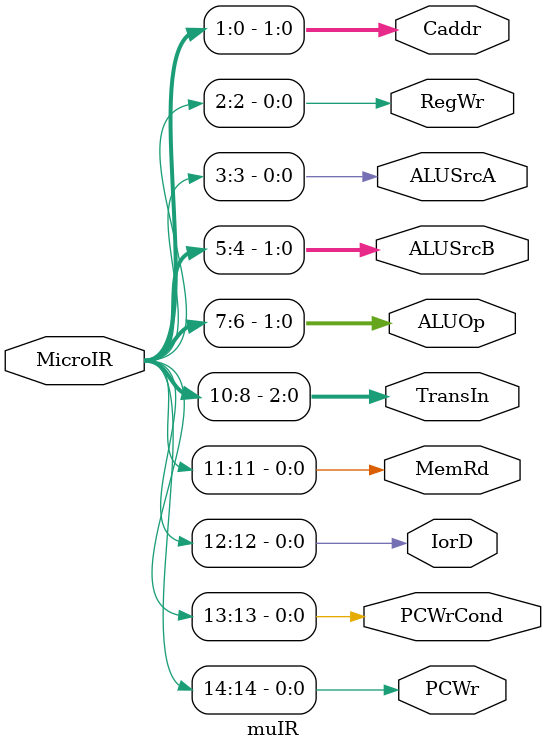
<source format=v>
`timescale 1ns/1ps
module muIR (
    input [14:0] MicroIR,
    output PCWr,
    output PCWrCond,
    output IorD,
    output MemRd,
    output [2:0] TransIn,
    output [1:0] ALUOp,
    output [1:0] ALUSrcB,
    output ALUSrcA,
    output RegWr,
    output [1:0] Caddr
);
    assign PCWr = MicroIR[14];
    assign PCWrCond = MicroIR[13];
    assign IorD = MicroIR[12];
    assign MemRd = MicroIR[11];
    assign TransIn = MicroIR[10:8];
    assign ALUOp = MicroIR[7:6];
    assign ALUSrcB = MicroIR[5:4];
    assign ALUSrcA = MicroIR[3];
    assign RegWr = MicroIR[2];
    assign Caddr = MicroIR[1:0];
endmodule
</source>
